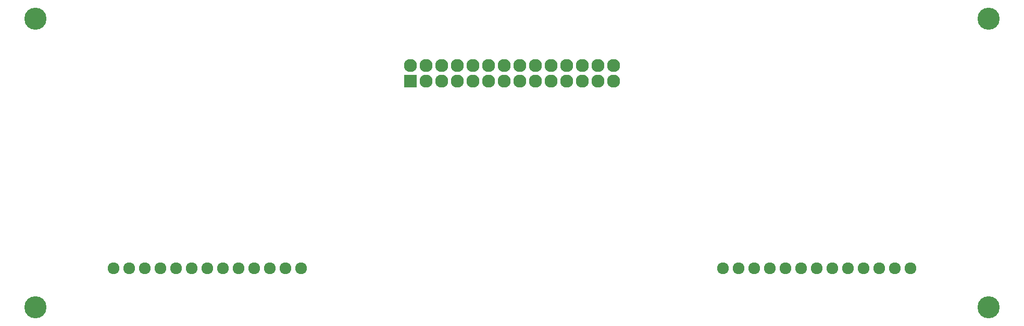
<source format=gts>
G04 #@! TF.FileFunction,Soldermask,Top*
%FSLAX46Y46*%
G04 Gerber Fmt 4.6, Leading zero omitted, Abs format (unit mm)*
G04 Created by KiCad (PCBNEW 4.0.4-stable) date 11/06/16 19:23:54*
%MOMM*%
%LPD*%
G01*
G04 APERTURE LIST*
%ADD10C,0.100000*%
%ADD11C,1.924000*%
%ADD12R,2.127200X2.127200*%
%ADD13O,2.127200X2.127200*%
%ADD14C,3.600000*%
G04 APERTURE END LIST*
D10*
D11*
X83820000Y-121920000D03*
X86360000Y-121920000D03*
X88900000Y-121920000D03*
X91440000Y-121920000D03*
X93980000Y-121920000D03*
X96520000Y-121920000D03*
X99060000Y-121920000D03*
X101600000Y-121920000D03*
X104140000Y-121920000D03*
X106680000Y-121920000D03*
X109220000Y-121920000D03*
X111760000Y-121920000D03*
X114300000Y-121920000D03*
X182880000Y-121920000D03*
X185420000Y-121920000D03*
X187960000Y-121920000D03*
X190500000Y-121920000D03*
X193040000Y-121920000D03*
X195580000Y-121920000D03*
X198120000Y-121920000D03*
X200660000Y-121920000D03*
X203200000Y-121920000D03*
X205740000Y-121920000D03*
X208280000Y-121920000D03*
X210820000Y-121920000D03*
X213360000Y-121920000D03*
D12*
X132080000Y-91440000D03*
D13*
X132080000Y-88900000D03*
X134620000Y-91440000D03*
X134620000Y-88900000D03*
X137160000Y-91440000D03*
X137160000Y-88900000D03*
X139700000Y-91440000D03*
X139700000Y-88900000D03*
X142240000Y-91440000D03*
X142240000Y-88900000D03*
X144780000Y-91440000D03*
X144780000Y-88900000D03*
X147320000Y-91440000D03*
X147320000Y-88900000D03*
X149860000Y-91440000D03*
X149860000Y-88900000D03*
X152400000Y-91440000D03*
X152400000Y-88900000D03*
X154940000Y-91440000D03*
X154940000Y-88900000D03*
X157480000Y-91440000D03*
X157480000Y-88900000D03*
X160020000Y-91440000D03*
X160020000Y-88900000D03*
X162560000Y-91440000D03*
X162560000Y-88900000D03*
X165100000Y-91440000D03*
X165100000Y-88900000D03*
D14*
X71120000Y-81280000D03*
X226060000Y-81280000D03*
X226060000Y-128270000D03*
X71120000Y-128270000D03*
M02*

</source>
